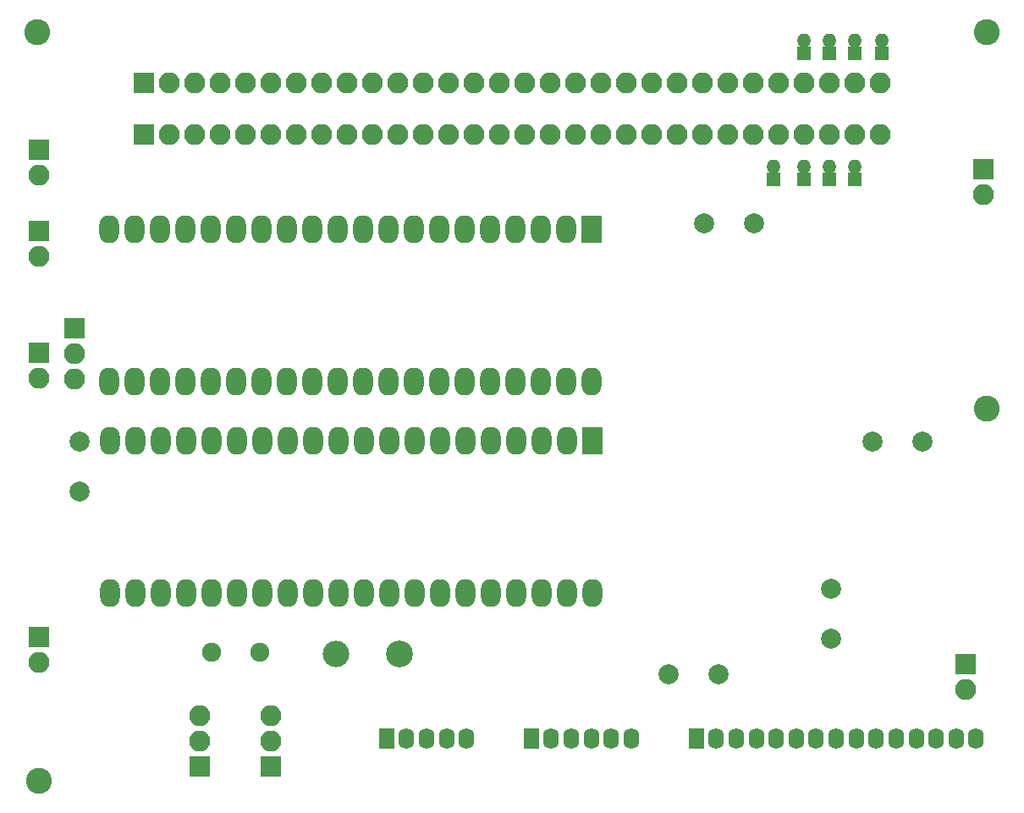
<source format=gbr>
G04 #@! TF.FileFunction,Soldermask,Bot*
%FSLAX46Y46*%
G04 Gerber Fmt 4.6, Leading zero omitted, Abs format (unit mm)*
G04 Created by KiCad (PCBNEW 4.0.7) date 06/28/18 00:34:14*
%MOMM*%
%LPD*%
G01*
G04 APERTURE LIST*
%ADD10C,0.100000*%
%ADD11C,2.600000*%
%ADD12C,2.000000*%
%ADD13C,2.650000*%
%ADD14C,2.680000*%
%ADD15R,2.100000X2.100000*%
%ADD16O,2.100000X2.100000*%
%ADD17R,2.000000X2.800000*%
%ADD18O,2.000000X2.800000*%
%ADD19R,1.600000X2.100000*%
%ADD20O,1.600000X2.100000*%
%ADD21R,1.400000X1.400000*%
%ADD22O,1.400000X1.400000*%
%ADD23C,1.900000*%
G04 APERTURE END LIST*
D10*
D11*
X168402000Y-81026000D03*
X168402000Y-43307000D03*
X73406000Y-43307000D03*
D12*
X140081000Y-62484000D03*
X145081000Y-62484000D03*
D13*
X103251000Y-105537000D03*
D14*
X109626000Y-105537000D03*
D12*
X77597000Y-84328000D03*
X77597000Y-89328000D03*
X156972000Y-84328000D03*
X161972000Y-84328000D03*
X152781000Y-99060000D03*
X152781000Y-104060000D03*
X136525000Y-107569000D03*
X141525000Y-107569000D03*
D15*
X84074000Y-53594000D03*
D16*
X86614000Y-53594000D03*
X89154000Y-53594000D03*
X91694000Y-53594000D03*
X94234000Y-53594000D03*
X96774000Y-53594000D03*
X99314000Y-53594000D03*
X101854000Y-53594000D03*
X104394000Y-53594000D03*
X106934000Y-53594000D03*
X109474000Y-53594000D03*
X112014000Y-53594000D03*
X114554000Y-53594000D03*
X117094000Y-53594000D03*
X119634000Y-53594000D03*
X122174000Y-53594000D03*
X124714000Y-53594000D03*
X127254000Y-53594000D03*
X129794000Y-53594000D03*
X132334000Y-53594000D03*
X134874000Y-53594000D03*
X137414000Y-53594000D03*
X139954000Y-53594000D03*
X142494000Y-53594000D03*
X145034000Y-53594000D03*
X147574000Y-53594000D03*
X150114000Y-53594000D03*
X152654000Y-53594000D03*
X155194000Y-53594000D03*
X157734000Y-53594000D03*
D15*
X84074000Y-48387000D03*
D16*
X86614000Y-48387000D03*
X89154000Y-48387000D03*
X91694000Y-48387000D03*
X94234000Y-48387000D03*
X96774000Y-48387000D03*
X99314000Y-48387000D03*
X101854000Y-48387000D03*
X104394000Y-48387000D03*
X106934000Y-48387000D03*
X109474000Y-48387000D03*
X112014000Y-48387000D03*
X114554000Y-48387000D03*
X117094000Y-48387000D03*
X119634000Y-48387000D03*
X122174000Y-48387000D03*
X124714000Y-48387000D03*
X127254000Y-48387000D03*
X129794000Y-48387000D03*
X132334000Y-48387000D03*
X134874000Y-48387000D03*
X137414000Y-48387000D03*
X139954000Y-48387000D03*
X142494000Y-48387000D03*
X145034000Y-48387000D03*
X147574000Y-48387000D03*
X150114000Y-48387000D03*
X152654000Y-48387000D03*
X155194000Y-48387000D03*
X157734000Y-48387000D03*
D17*
X128905000Y-84201000D03*
D18*
X80645000Y-99441000D03*
X126365000Y-84201000D03*
X83185000Y-99441000D03*
X123825000Y-84201000D03*
X85725000Y-99441000D03*
X121285000Y-84201000D03*
X88265000Y-99441000D03*
X118745000Y-84201000D03*
X90805000Y-99441000D03*
X116205000Y-84201000D03*
X93345000Y-99441000D03*
X113665000Y-84201000D03*
X95885000Y-99441000D03*
X111125000Y-84201000D03*
X98425000Y-99441000D03*
X108585000Y-84201000D03*
X100965000Y-99441000D03*
X106045000Y-84201000D03*
X103505000Y-99441000D03*
X103505000Y-84201000D03*
X106045000Y-99441000D03*
X100965000Y-84201000D03*
X108585000Y-99441000D03*
X98425000Y-84201000D03*
X111125000Y-99441000D03*
X95885000Y-84201000D03*
X113665000Y-99441000D03*
X93345000Y-84201000D03*
X116205000Y-99441000D03*
X90805000Y-84201000D03*
X118745000Y-99441000D03*
X88265000Y-84201000D03*
X121285000Y-99441000D03*
X85725000Y-84201000D03*
X123825000Y-99441000D03*
X83185000Y-84201000D03*
X126365000Y-99441000D03*
X80645000Y-84201000D03*
X128905000Y-99441000D03*
D19*
X108331000Y-114046000D03*
D20*
X110331000Y-114046000D03*
X112331000Y-114046000D03*
X114331000Y-114046000D03*
X116331000Y-114046000D03*
D17*
X128842000Y-63055500D03*
D18*
X80582000Y-78295500D03*
X126302000Y-63055500D03*
X83122000Y-78295500D03*
X123762000Y-63055500D03*
X85662000Y-78295500D03*
X121222000Y-63055500D03*
X88202000Y-78295500D03*
X118682000Y-63055500D03*
X90742000Y-78295500D03*
X116142000Y-63055500D03*
X93282000Y-78295500D03*
X113602000Y-63055500D03*
X95822000Y-78295500D03*
X111062000Y-63055500D03*
X98362000Y-78295500D03*
X108522000Y-63055500D03*
X100902000Y-78295500D03*
X105982000Y-63055500D03*
X103442000Y-78295500D03*
X103442000Y-63055500D03*
X105982000Y-78295500D03*
X100902000Y-63055500D03*
X108522000Y-78295500D03*
X98362000Y-63055500D03*
X111062000Y-78295500D03*
X95822000Y-63055500D03*
X113602000Y-78295500D03*
X93282000Y-63055500D03*
X116142000Y-78295500D03*
X90742000Y-63055500D03*
X118682000Y-78295500D03*
X88202000Y-63055500D03*
X121222000Y-78295500D03*
X85662000Y-63055500D03*
X123762000Y-78295500D03*
X83122000Y-63055500D03*
X126302000Y-78295500D03*
X80582000Y-63055500D03*
X128842000Y-78295500D03*
D19*
X122809000Y-114046000D03*
D20*
X124809000Y-114046000D03*
X126809000Y-114046000D03*
X128809000Y-114046000D03*
X130809000Y-114046000D03*
X132809000Y-114046000D03*
D15*
X73533000Y-103886000D03*
D16*
X73533000Y-106426000D03*
D15*
X73533000Y-63246000D03*
D16*
X73533000Y-65786000D03*
D15*
X73533000Y-75438000D03*
D16*
X73533000Y-77978000D03*
D19*
X139319000Y-114046000D03*
D20*
X141319000Y-114046000D03*
X143319000Y-114046000D03*
X145319000Y-114046000D03*
X147319000Y-114046000D03*
X149319000Y-114046000D03*
X151319000Y-114046000D03*
X153319000Y-114046000D03*
X155319000Y-114046000D03*
X157319000Y-114046000D03*
X159319000Y-114046000D03*
X161319000Y-114046000D03*
X163319000Y-114046000D03*
X165319000Y-114046000D03*
X167319000Y-114046000D03*
D15*
X73533000Y-55118000D03*
D16*
X73533000Y-57658000D03*
D15*
X168021000Y-57023000D03*
D16*
X168021000Y-59563000D03*
D21*
X147066000Y-58039000D03*
D22*
X147066000Y-56769000D03*
D21*
X150114000Y-58039000D03*
D22*
X150114000Y-56769000D03*
D21*
X150114000Y-45466000D03*
D22*
X150114000Y-44196000D03*
D21*
X152654000Y-58039000D03*
D22*
X152654000Y-56769000D03*
D21*
X152654000Y-45466000D03*
D22*
X152654000Y-44196000D03*
D21*
X155194000Y-58039000D03*
D22*
X155194000Y-56769000D03*
D21*
X155194000Y-45466000D03*
D22*
X155194000Y-44196000D03*
D21*
X157861000Y-45466000D03*
D22*
X157861000Y-44196000D03*
D15*
X89662000Y-116840000D03*
D16*
X89662000Y-114300000D03*
X89662000Y-111760000D03*
D15*
X96774000Y-116840000D03*
D16*
X96774000Y-114300000D03*
X96774000Y-111760000D03*
D15*
X77152000Y-72961000D03*
D16*
X77152000Y-75501000D03*
X77152000Y-78041000D03*
D15*
X166243000Y-106553000D03*
D16*
X166243000Y-109093000D03*
D23*
X90805000Y-105410000D03*
X95685000Y-105410000D03*
D11*
X73533000Y-118237000D03*
M02*

</source>
